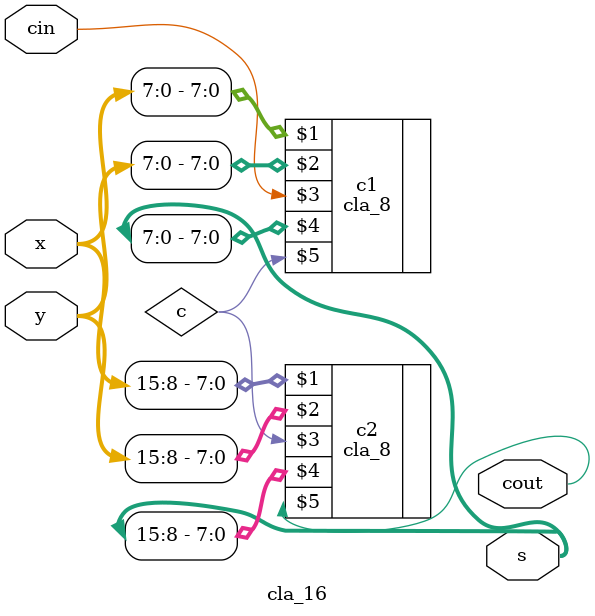
<source format=v>
module cla_16(x,y,cin,s,cout);
	
	input [15:0] x,y;
	input cin;
	output cout;
	output [15:0] s;
	wire c;

	cla_8 c1(x[7:0],y[7:0],cin,s[7:0],c);
	cla_8 c2(x[15:8],y[15:8],c,s[15:8],cout);

endmodule

</source>
